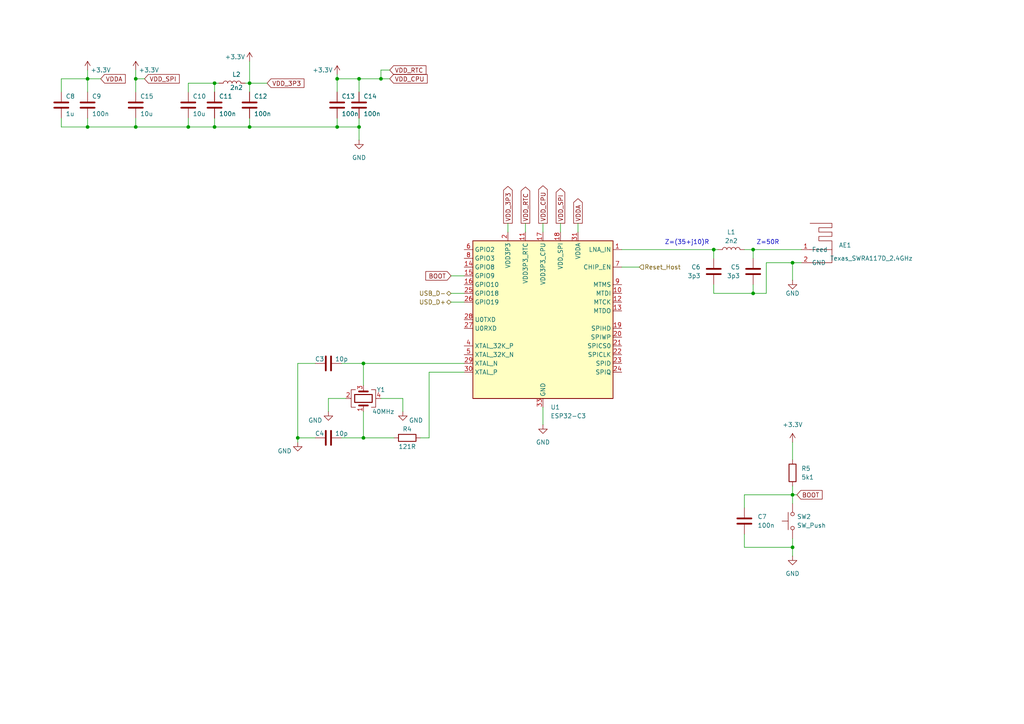
<source format=kicad_sch>
(kicad_sch (version 20231120) (generator "eeschema") (generator_version "8.0")
  (paper "A4")
  (lib_symbols
    (symbol "Device:C" (pin_numbers hide) (pin_names (offset 0.254))
      (property "Reference" "C" (at 0.635 2.54 0))
      (property "Value" "C" (at 0.635 -2.54 0))
      (symbol "C_0_1"
        (polyline (pts (xy -2.032 -0.762) (xy 2.032 -0.762)) (stroke (width 0.508)))
        (polyline (pts (xy -2.032 0.762) (xy 2.032 0.762)) (stroke (width 0.508)))
      )
      (symbol "C_1_1"
        (pin passive line (at 0 3.81 270) (length 2.794) (name "~") (number "1"))
        (pin passive line (at 0 -3.81 90) (length 2.794) (name "~") (number "2"))
      )
    )
    (symbol "Device:Crystal_GND24" (pin_names (offset 1.016) hide)
      (property "Reference" "Y" (at 3.175 5.08 0))
      (property "Value" "Crystal_GND24" (at 3.175 3.175 0))
      (symbol "Crystal_GND24_0_1"
        (rectangle (start -1.143 2.54) (end 1.143 -2.54) (stroke (width 0.3048)))
        (polyline (pts (xy -2.54 0) (xy -2.032 0)))
        (polyline (pts (xy -2.032 -1.27) (xy -2.032 1.27)) (stroke (width 0.508)))
        (polyline (pts (xy 0 -3.81) (xy 0 -3.556)))
        (polyline (pts (xy 0 3.556) (xy 0 3.81)))
        (polyline (pts (xy 2.032 -1.27) (xy 2.032 1.27)) (stroke (width 0.508)))
        (polyline (pts (xy 2.032 0) (xy 2.54 0)))
        (polyline (pts (xy -2.54 -2.286) (xy -2.54 -3.556) (xy 2.54 -3.556) (xy 2.54 -2.286)))
        (polyline (pts (xy -2.54 2.286) (xy -2.54 3.556) (xy 2.54 3.556) (xy 2.54 2.286)))
      )
      (symbol "Crystal_GND24_1_1"
        (pin passive line (at -3.81 0 0) (length 1.27) (name "1") (number "1"))
        (pin passive line (at 0 5.08 270) (length 1.27) (name "2") (number "2"))
        (pin passive line (at 3.81 0 180) (length 1.27) (name "3") (number "3"))
        (pin passive line (at 0 -5.08 90) (length 1.27) (name "4") (number "4"))
      )
    )
    (symbol "Device:L" (pin_numbers hide) (pin_names (offset 1.016) hide)
      (property "Reference" "L" (at -1.27 0 90))
      (property "Value" "L" (at 1.905 0 90))
      (symbol "L_0_1"
        (arc (start 0 -2.54) (mid 0.6323 -1.905) (end 0 -1.27))
        (arc (start 0 -1.27) (mid 0.6323 -0.635) (end 0 0))
        (arc (start 0 0) (mid 0.6323 0.635) (end 0 1.27))
        (arc (start 0 1.27) (mid 0.6323 1.905) (end 0 2.54))
      )
      (symbol "L_1_1"
        (pin passive line (at 0 3.81 270) (length 1.27) (name "1") (number "1"))
        (pin passive line (at 0 -3.81 90) (length 1.27) (name "2") (number "2"))
      )
    )
    (symbol "Device:R" (pin_numbers hide) (pin_names (offset 0))
      (property "Reference" "R" (at 2.032 0 90))
      (property "Value" "R" (at 0 0 90))
      (symbol "R_0_1"
        (rectangle (start -1.016 -2.54) (end 1.016 2.54) (stroke (width 0.254)))
      )
      (symbol "R_1_1"
        (pin passive line (at 0 3.81 270) (length 1.27) (name "~") (number "1"))
        (pin passive line (at 0 -3.81 90) (length 1.27) (name "~") (number "2"))
      )
    )
    (symbol "MCU_Espressif:ESP32-C3"
      (property "Reference" "U" (at -17.272 23.876 0))
      (property "Value" "ESP32-C3" (at 16.256 23.876 0))
      (symbol "ESP32-C3_1_1"
        (rectangle (start -20.32 22.86) (end 20.32 -22.86) (stroke (width 0.254)) (fill (type background)))
        (pin bidirectional line (at 22.86 20.32 180) (length 2.54) (name "LNA_IN") (number "1"))
        (pin bidirectional line (at 22.86 7.62 180) (length 2.54) (name "MTDI") (number "10"))
        (pin power_in line (at -5.08 25.4 270) (length 2.54) (name "VDD3P3_RTC") (number "11"))
        (pin bidirectional line (at 22.86 5.08 180) (length 2.54) (name "MTCK") (number "12"))
        (pin bidirectional line (at 22.86 2.54 180) (length 2.54) (name "MTDO") (number "13"))
        (pin bidirectional line (at -22.86 15.24 0) (length 2.54) (name "GPIO8") (number "14"))
        (pin bidirectional line (at -22.86 12.7 0) (length 2.54) (name "GPIO9") (number "15"))
        (pin bidirectional line (at -22.86 10.16 0) (length 2.54) (name "GPIO10") (number "16"))
        (pin power_in line (at 0 25.4 270) (length 2.54) (name "VDD3P3_CPU") (number "17"))
        (pin power_out line (at 5.08 25.4 270) (length 2.54) (name "VDD_SPI") (number "18"))
        (pin bidirectional line (at 22.86 -2.54 180) (length 2.54) (name "SPIHD") (number "19"))
        (pin power_in line (at -10.16 25.4 270) (length 2.54) (name "VDD3P3") (number "2"))
        (pin bidirectional line (at 22.86 -5.08 180) (length 2.54) (name "SPIWP") (number "20"))
        (pin bidirectional line (at 22.86 -7.62 180) (length 2.54) (name "SPICS0") (number "21"))
        (pin bidirectional line (at 22.86 -10.16 180) (length 2.54) (name "SPICLK") (number "22"))
        (pin bidirectional line (at 22.86 -12.7 180) (length 2.54) (name "SPID") (number "23"))
        (pin bidirectional line (at 22.86 -15.24 180) (length 2.54) (name "SPIQ") (number "24"))
        (pin bidirectional line (at -22.86 7.62 0) (length 2.54) (name "GPIO18") (number "25"))
        (pin bidirectional line (at -22.86 5.08 0) (length 2.54) (name "GPIO19") (number "26"))
        (pin bidirectional line (at -22.86 -2.54 0) (length 2.54) (name "U0RXD") (number "27"))
        (pin bidirectional line (at -22.86 0 0) (length 2.54) (name "U0TXD") (number "28"))
        (pin bidirectional line (at -22.86 -12.7 0) (length 2.54) (name "XTAL_N") (number "29"))
        (pin passive line (at -10.16 25.4 270) (length 2.54) hide (name "VDD3P3") (number "3"))
        (pin bidirectional line (at -22.86 -15.24 0) (length 2.54) (name "XTAL_P") (number "30"))
        (pin power_in line (at 10.16 25.4 270) (length 2.54) (name "VDDA") (number "31"))
        (pin passive line (at 10.16 25.4 270) (length 2.54) hide (name "VDDA") (number "32"))
        (pin power_in line (at 0 -25.4 90) (length 2.54) (name "GND") (number "33"))
        (pin bidirectional line (at -22.86 -7.62 0) (length 2.54) (name "XTAL_32K_P") (number "4"))
        (pin bidirectional line (at -22.86 -10.16 0) (length 2.54) (name "XTAL_32K_N") (number "5"))
        (pin bidirectional line (at -22.86 20.32 0) (length 2.54) (name "GPIO2") (number "6"))
        (pin bidirectional line (at 22.86 15.24 180) (length 2.54) (name "CHIP_EN") (number "7"))
        (pin bidirectional line (at -22.86 17.78 0) (length 2.54) (name "GPIO3") (number "8"))
        (pin bidirectional line (at 22.86 10.16 180) (length 2.54) (name "MTMS") (number "9"))
      )
    )
    (symbol "Prj_antenna:Texas_SWRA117D_2.4GHz"
      (property "Reference" "AE" (at 0 0 0))
      (property "Value" "Texas_SWRA117D_2.4GHz" (at 0 0 0))
      (symbol "Texas_SWRA117D_2.4GHz_0_1"
        (polyline (pts (xy 1.27 -5.08) (xy 7.62 -5.08) (xy 7.62 -8.89) (xy 1.27 -8.89) (xy 6.35 -8.89)))
        (polyline (pts (xy 7.62 -8.89) (xy 7.62 -11.43) (xy 3.81 -11.43) (xy 3.81 -12.7) (xy 7.62 -12.7) (xy 7.62 -13.97) (xy 3.81 -13.97) (xy 3.81 -15.24) (xy 7.62 -15.24) (xy 7.62 -16.51) (xy 1.27 -16.51)))
      )
      (symbol "Texas_SWRA117D_2.4GHz_1_1"
        (pin input line (at -1.27 -8.89 0) (length 2.54) (name "Feed") (number "1"))
        (pin input line (at -1.27 -5.08 0) (length 2.54) (name "GND") (number "2"))
      )
    )
    (symbol "Switch:SW_Push" (pin_numbers hide) (pin_names (offset 1.016) hide)
      (property "Reference" "SW" (at 1.27 2.54 0))
      (property "Value" "SW_Push" (at 0 -1.524 0))
      (symbol "SW_Push_0_1"
        (circle (center -2.032 0) (radius 0.508))
        (polyline (pts (xy 0 1.27) (xy 0 3.048)))
        (polyline (pts (xy 2.54 1.27) (xy -2.54 1.27)))
        (circle (center 2.032 0) (radius 0.508))
        (pin passive line (at -5.08 0 0) (length 2.54) (name "1") (number "1"))
        (pin passive line (at 5.08 0 180) (length 2.54) (name "2") (number "2"))
      )
    )
    (symbol "power:+3.3V" (power) (pin_names (offset 0))
      (property "Value" "+3.3V" (at 0 3.556 0))
      (symbol "+3.3V_0_1"
        (polyline (pts (xy -0.762 1.27) (xy 0 2.54)))
        (polyline (pts (xy 0 0) (xy 0 2.54)))
        (polyline (pts (xy 0 2.54) (xy 0.762 1.27)))
      )
      (symbol "+3.3V_1_1"
        (pin power_in line (at 0 0 90) (length 0) hide (name "+3.3V") (number "1"))
      )
    )
    (symbol "power:GND" (power) (pin_numbers hide) (pin_names (offset 0) hide)
      (property "Value" "GND" (at 0 -3.81 0))
      (symbol "GND_0_1"
        (polyline (pts (xy 0 0) (xy 0 -1.27) (xy 1.27 -1.27) (xy 0 -2.54) (xy -1.27 -1.27) (xy 0 -1.27)))
      )
      (symbol "GND_1_1"
        (pin power_in line (at 0 0 270) (length 0) (name "~") (number "1"))
      )
    )
  )
  (junction (at 105.41 105.41))
  (junction (at 39.37 22.86))
  (junction (at 72.39 36.83))
  (junction (at 62.23 36.83))
  (junction (at 207.01 72.39))
  (junction (at 97.79 36.83))
  (junction (at 25.4 22.86))
  (junction (at 104.14 22.86))
  (junction (at 229.87 158.75))
  (junction (at 39.37 36.83))
  (junction (at 97.79 22.86))
  (junction (at 86.36 127))
  (junction (at 72.39 24.13))
  (junction (at 54.61 36.83))
  (junction (at 218.44 72.39))
  (junction (at 104.14 36.83))
  (junction (at 105.41 127))
  (junction (at 25.4 36.83))
  (junction (at 110.49 22.86))
  (junction (at 62.23 24.13))
  (junction (at 218.44 85.09))
  (junction (at 229.87 76.2))
  (junction (at 229.87 143.51))
  (wire (pts (xy 72.39 24.13) (xy 72.39 26.67)))
  (wire (pts (xy 25.4 20.32) (xy 25.4 22.86)))
  (wire (pts (xy 25.4 36.83) (xy 39.37 36.83)))
  (wire (pts (xy 97.79 22.86) (xy 104.14 22.86)))
  (wire (pts (xy 17.78 22.86) (xy 25.4 22.86)))
  (wire (pts (xy 229.87 140.97) (xy 229.87 143.51)))
  (wire (pts (xy 86.36 127) (xy 86.36 128.27)))
  (wire (pts (xy 215.9 147.32) (xy 215.9 143.51)))
  (wire (pts (xy 104.14 34.29) (xy 104.14 36.83)))
  (wire (pts (xy 105.41 105.41) (xy 134.62 105.41)))
  (wire (pts (xy 162.56 64.77) (xy 162.56 67.31)))
  (wire (pts (xy 97.79 21.59) (xy 97.79 22.86)))
  (wire (pts (xy 180.34 77.47) (xy 185.42 77.47)))
  (wire (pts (xy 116.84 115.57) (xy 116.84 119.38)))
  (wire (pts (xy 229.87 76.2) (xy 229.87 81.28)))
  (wire (pts (xy 104.14 26.67) (xy 104.14 22.86)))
  (wire (pts (xy 62.23 36.83) (xy 72.39 36.83)))
  (wire (pts (xy 157.48 118.11) (xy 157.48 123.19)))
  (wire (pts (xy 105.41 127) (xy 114.3 127)))
  (wire (pts (xy 62.23 34.29) (xy 62.23 36.83)))
  (wire (pts (xy 71.12 24.13) (xy 72.39 24.13)))
  (wire (pts (xy 97.79 34.29) (xy 97.79 36.83)))
  (wire (pts (xy 25.4 34.29) (xy 25.4 36.83)))
  (wire (pts (xy 167.64 64.77) (xy 167.64 67.31)))
  (wire (pts (xy 147.32 64.77) (xy 147.32 67.31)))
  (wire (pts (xy 72.39 17.78) (xy 72.39 24.13)))
  (wire (pts (xy 54.61 34.29) (xy 54.61 36.83)))
  (wire (pts (xy 124.46 127) (xy 124.46 107.95)))
  (wire (pts (xy 104.14 36.83) (xy 104.14 40.64)))
  (wire (pts (xy 215.9 143.51) (xy 229.87 143.51)))
  (wire (pts (xy 72.39 34.29) (xy 72.39 36.83)))
  (wire (pts (xy 110.49 22.86) (xy 113.03 22.86)))
  (wire (pts (xy 39.37 34.29) (xy 39.37 36.83)))
  (wire (pts (xy 229.87 143.51) (xy 229.87 146.05)))
  (wire (pts (xy 17.78 36.83) (xy 25.4 36.83)))
  (wire (pts (xy 218.44 72.39) (xy 215.9 72.39)))
  (wire (pts (xy 222.25 76.2) (xy 222.25 85.09)))
  (wire (pts (xy 72.39 24.13) (xy 77.47 24.13)))
  (wire (pts (xy 152.4 64.77) (xy 152.4 67.31)))
  (wire (pts (xy 95.25 119.38) (xy 95.25 115.57)))
  (wire (pts (xy 124.46 107.95) (xy 134.62 107.95)))
  (wire (pts (xy 229.87 158.75) (xy 229.87 161.29)))
  (wire (pts (xy 130.81 85.09) (xy 134.62 85.09)))
  (wire (pts (xy 99.06 105.41) (xy 105.41 105.41)))
  (wire (pts (xy 62.23 24.13) (xy 62.23 26.67)))
  (wire (pts (xy 39.37 26.67) (xy 39.37 22.86)))
  (wire (pts (xy 62.23 24.13) (xy 63.5 24.13)))
  (wire (pts (xy 130.81 87.63) (xy 134.62 87.63)))
  (wire (pts (xy 218.44 82.55) (xy 218.44 85.09)))
  (wire (pts (xy 110.49 20.32) (xy 110.49 22.86)))
  (wire (pts (xy 99.06 127) (xy 105.41 127)))
  (wire (pts (xy 207.01 72.39) (xy 180.34 72.39)))
  (wire (pts (xy 232.41 72.39) (xy 218.44 72.39)))
  (wire (pts (xy 222.25 85.09) (xy 218.44 85.09)))
  (wire (pts (xy 104.14 22.86) (xy 110.49 22.86)))
  (wire (pts (xy 229.87 156.21) (xy 229.87 158.75)))
  (wire (pts (xy 54.61 24.13) (xy 62.23 24.13)))
  (wire (pts (xy 121.92 127) (xy 124.46 127)))
  (wire (pts (xy 215.9 158.75) (xy 229.87 158.75)))
  (wire (pts (xy 207.01 72.39) (xy 207.01 74.93)))
  (wire (pts (xy 130.81 80.01) (xy 134.62 80.01)))
  (wire (pts (xy 229.87 128.27) (xy 229.87 133.35)))
  (wire (pts (xy 72.39 36.83) (xy 97.79 36.83)))
  (wire (pts (xy 207.01 85.09) (xy 218.44 85.09)))
  (wire (pts (xy 218.44 72.39) (xy 218.44 74.93)))
  (wire (pts (xy 25.4 22.86) (xy 25.4 26.67)))
  (wire (pts (xy 86.36 127) (xy 91.44 127)))
  (wire (pts (xy 208.28 72.39) (xy 207.01 72.39)))
  (wire (pts (xy 39.37 22.86) (xy 39.37 20.32)))
  (wire (pts (xy 105.41 105.41) (xy 105.41 111.76)))
  (wire (pts (xy 39.37 36.83) (xy 54.61 36.83)))
  (wire (pts (xy 207.01 82.55) (xy 207.01 85.09)))
  (wire (pts (xy 97.79 36.83) (xy 104.14 36.83)))
  (wire (pts (xy 105.41 119.38) (xy 105.41 127)))
  (wire (pts (xy 54.61 26.67) (xy 54.61 24.13)))
  (wire (pts (xy 91.44 105.41) (xy 86.36 105.41)))
  (wire (pts (xy 110.49 115.57) (xy 116.84 115.57)))
  (wire (pts (xy 25.4 22.86) (xy 29.21 22.86)))
  (wire (pts (xy 97.79 26.67) (xy 97.79 22.86)))
  (wire (pts (xy 39.37 22.86) (xy 41.91 22.86)))
  (wire (pts (xy 229.87 143.51) (xy 231.14 143.51)))
  (wire (pts (xy 113.03 20.32) (xy 110.49 20.32)))
  (wire (pts (xy 229.87 76.2) (xy 222.25 76.2)))
  (wire (pts (xy 157.48 64.77) (xy 157.48 67.31)))
  (wire (pts (xy 17.78 26.67) (xy 17.78 22.86)))
  (wire (pts (xy 215.9 154.94) (xy 215.9 158.75)))
  (wire (pts (xy 86.36 105.41) (xy 86.36 127)))
  (wire (pts (xy 54.61 36.83) (xy 62.23 36.83)))
  (wire (pts (xy 17.78 34.29) (xy 17.78 36.83)))
  (wire (pts (xy 95.25 115.57) (xy 100.33 115.57)))
  (wire (pts (xy 232.41 76.2) (xy 229.87 76.2)))
  (text "Z=(35+j10)R" (at 205.74 71.12 0) (effects (font (size 1.27 1.27)) (justify right bottom)))
  (text "Z=50R" (at 226.06 71.12 0) (effects (font (size 1.27 1.27)) (justify right bottom)))
  (global_label "VDD_3P3" (shape output) (at 147.32 64.77 90) (property "Intersheetrefs" "${INTERSHEET_REFS}" (effects (hide yes))))
  (global_label "VDD_CPU" (shape input) (at 113.03 22.86 0) (property "Intersheetrefs" "${INTERSHEET_REFS}" (effects (hide yes))))
  (global_label "VDDA" (shape input) (at 29.21 22.86 0) (property "Intersheetrefs" "${INTERSHEET_REFS}" (effects (hide yes))))
  (global_label "VDD_RTC" (shape output) (at 152.4 64.77 90) (property "Intersheetrefs" "${INTERSHEET_REFS}" (effects (hide yes))))
  (global_label "BOOT" (shape input) (at 130.81 80.01 180) (property "Intersheetrefs" "${INTERSHEET_REFS}" (effects (hide yes))))
  (global_label "VDD_SPI" (shape input) (at 41.91 22.86 0) (property "Intersheetrefs" "${INTERSHEET_REFS}" (effects (hide yes))))
  (global_label "VDD_CPU" (shape output) (at 157.48 64.77 90) (property "Intersheetrefs" "${INTERSHEET_REFS}" (effects (hide yes))))
  (global_label "VDD_RTC" (shape input) (at 113.03 20.32 0) (property "Intersheetrefs" "${INTERSHEET_REFS}" (effects (hide yes))))
  (global_label "VDD_3P3" (shape input) (at 77.47 24.13 0) (property "Intersheetrefs" "${INTERSHEET_REFS}" (effects (hide yes))))
  (global_label "BOOT" (shape input) (at 231.14 143.51 0) (property "Intersheetrefs" "${INTERSHEET_REFS}" (effects (hide yes))))
  (global_label "VDD_SPI" (shape output) (at 162.56 64.77 90) (property "Intersheetrefs" "${INTERSHEET_REFS}" (effects (hide yes))))
  (global_label "VDDA" (shape output) (at 167.64 64.77 90) (property "Intersheetrefs" "${INTERSHEET_REFS}" (effects (hide yes))))
  (hierarchical_label "USB_D-" (shape bidirectional) (at 130.81 85.09 180))
  (hierarchical_label "Reset_Host" (shape input) (at 185.42 77.47 0))
  (hierarchical_label "USD_D+" (shape bidirectional) (at 130.81 87.63 180))
  (symbol (lib_id "Device:C") (at 104.14 30.48 0) (unit 1)
    (property "Reference" "C14" (at 105.41 27.94 0) (effects (justify left)))
    (property "Value" "100n" (at 105.41 33.02 0) (effects (justify left)))
    (property "Footprint" "Capacitor_SMD:C_0402_1005Metric_Pad0.74x0.62mm_HandSolder" (effects (hide yes)))
  )
  (symbol (lib_id "Device:C") (at 17.78 30.48 0) (unit 1)
    (property "Reference" "C8" (at 19.05 27.94 0) (effects (justify left)))
    (property "Value" "1u" (at 19.05 33.02 0) (effects (justify left)))
    (property "Footprint" "Capacitor_SMD:C_0402_1005Metric_Pad0.74x0.62mm_HandSolder" (effects (hide yes)))
  )
  (symbol (lib_id "Device:C") (at 39.37 30.48 0) (unit 1)
    (property "Reference" "C15" (at 40.64 27.94 0) (effects (justify left)))
    (property "Value" "10u" (at 40.64 33.02 0) (effects (justify left)))
    (property "Footprint" "Capacitor_SMD:C_0402_1005Metric_Pad0.74x0.62mm_HandSolder" (effects (hide yes)))
  )
  (symbol (lib_id "Prj_antenna:Texas_SWRA117D_2.4GHz") (at 233.68 81.28 0) (mirror x) (unit 1) (in_bom no)
    (property "Reference" "AE1" (at 245.11 71.12 0))
    (property "Value" "Texas_SWRA117D_2.4GHz" (at 252.73 74.93 0))
    (property "Footprint" "RF_Antenna:Texas_SWRA117D_2.4GHz_Left" (effects (hide yes)))
  )
  (symbol (lib_id "Device:C") (at 97.79 30.48 0) (unit 1)
    (property "Reference" "C13" (at 99.06 27.94 0) (effects (justify left)))
    (property "Value" "100n" (at 99.06 33.02 0) (effects (justify left)))
    (property "Footprint" "Capacitor_SMD:C_0402_1005Metric_Pad0.74x0.62mm_HandSolder" (effects (hide yes)))
  )
  (symbol (lib_id "power:+3.3V") (at 97.79 21.59 0) (unit 1)
    (property "Reference" "#PWR017" (effects (hide yes)))
    (property "Value" "+3.3V" (at 96.52 20.32 0) (effects (justify right)))
  )
  (symbol (lib_id "Device:R") (at 118.11 127 90) (unit 1)
    (property "Reference" "R4" (at 118.11 124.46 90))
    (property "Value" "121R" (at 118.11 129.54 90))
    (property "Footprint" "Resistor_SMD:R_0402_1005Metric_Pad0.72x0.64mm_HandSolder" (effects (hide yes)))
  )
  (symbol (lib_id "Device:R") (at 229.87 137.16 0) (unit 1)
    (property "Reference" "R5" (at 232.41 135.8899 0) (effects (justify left)))
    (property "Value" "5k1" (at 232.41 138.4299 0) (effects (justify left)))
    (property "Footprint" "Resistor_SMD:R_0402_1005Metric_Pad0.72x0.64mm_HandSolder" (effects (hide yes)))
  )
  (symbol (lib_id "Device:C") (at 207.01 78.74 0) (mirror y) (unit 1)
    (property "Reference" "C6" (at 203.2 77.4699 0) (effects (justify left)))
    (property "Value" "3p3" (at 203.2 80.0099 0) (effects (justify left)))
    (property "Footprint" "Capacitor_SMD:C_0402_1005Metric_Pad0.74x0.62mm_HandSolder" (effects (hide yes)))
  )
  (symbol (lib_id "power:GND") (at 229.87 81.28 0) (mirror y) (unit 1)
    (property "Reference" "#PWR012" (effects (hide yes)))
    (property "Value" "GND" (at 229.87 85.09 0))
  )
  (symbol (lib_id "Device:C") (at 72.39 30.48 0) (unit 1)
    (property "Reference" "C12" (at 73.66 27.94 0) (effects (justify left)))
    (property "Value" "100n" (at 73.66 33.02 0) (effects (justify left)))
    (property "Footprint" "Capacitor_SMD:C_0402_1005Metric_Pad0.74x0.62mm_HandSolder" (effects (hide yes)))
  )
  (symbol (lib_id "Device:C") (at 62.23 30.48 0) (unit 1)
    (property "Reference" "C11" (at 63.5 27.94 0) (effects (justify left)))
    (property "Value" "100n" (at 63.5 33.02 0) (effects (justify left)))
    (property "Footprint" "Capacitor_SMD:C_0402_1005Metric_Pad0.74x0.62mm_HandSolder" (effects (hide yes)))
  )
  (symbol (lib_id "Device:C") (at 25.4 30.48 0) (unit 1)
    (property "Reference" "C9" (at 26.67 27.94 0) (effects (justify left)))
    (property "Value" "100n" (at 26.67 33.02 0) (effects (justify left)))
    (property "Footprint" "Capacitor_SMD:C_0402_1005Metric_Pad0.74x0.62mm_HandSolder" (effects (hide yes)))
  )
  (symbol (lib_id "power:GND") (at 86.36 128.27 0) (unit 1)
    (property "Reference" "#PWR09" (effects (hide yes)))
    (property "Value" "GND" (at 82.55 130.81 0))
  )
  (symbol (lib_id "power:GND") (at 116.84 119.38 0) (unit 1)
    (property "Reference" "#PWR011" (effects (hide yes)))
    (property "Value" "GND" (at 120.65 121.92 0))
  )
  (symbol (lib_id "Device:Crystal_GND24") (at 105.41 115.57 90) (unit 1)
    (property "Reference" "Y1" (at 109.22 113.03 90) (effects (justify right)))
    (property "Value" "40MHz" (at 107.95 119.38 90) (effects (justify right)))
    (property "Footprint" "Crystal:Crystal_SMD_3225-4Pin_3.2x2.5mm" (effects (hide yes)))
    (property "Description" "S3240000101040" (effects (hide yes)))
  )
  (symbol (lib_id "Device:C") (at 95.25 127 90) (unit 1)
    (property "Reference" "C4" (at 92.71 125.73 90))
    (property "Value" "10p" (at 99.06 125.73 90))
    (property "Footprint" "Capacitor_SMD:C_0402_1005Metric_Pad0.74x0.62mm_HandSolder" (effects (hide yes)))
  )
  (symbol (lib_id "Device:C") (at 95.25 105.41 90) (unit 1)
    (property "Reference" "C3" (at 92.71 104.14 90))
    (property "Value" "10p" (at 99.06 104.14 90))
    (property "Footprint" "Capacitor_SMD:C_0402_1005Metric_Pad0.74x0.62mm_HandSolder" (effects (hide yes)))
  )
  (symbol (lib_id "Device:C") (at 215.9 151.13 0) (unit 1)
    (property "Reference" "C7" (at 219.71 149.8599 0) (effects (justify left)))
    (property "Value" "100n" (at 219.71 152.4 0) (effects (justify left)))
    (property "Footprint" "Capacitor_SMD:C_0402_1005Metric_Pad0.74x0.62mm_HandSolder" (effects (hide yes)))
  )
  (symbol (lib_id "power:+3.3V") (at 229.87 128.27 0) (unit 1)
    (property "Reference" "#PWR013" (effects (hide yes)))
    (property "Value" "+3.3V" (at 229.87 123.19 0))
  )
  (symbol (lib_id "power:GND") (at 104.14 40.64 0) (unit 1)
    (property "Reference" "#PWR018" (effects (hide yes)))
    (property "Value" "GND" (at 104.14 45.72 0))
  )
  (symbol (lib_id "Device:L") (at 212.09 72.39 270) (mirror x) (unit 1)
    (property "Reference" "L1" (at 212.09 67.31 90))
    (property "Value" "2n2" (at 212.09 69.85 90))
    (property "Footprint" "Inductor_SMD:L_0402_1005Metric_Pad0.77x0.64mm_HandSolder" (effects (hide yes)))
  )
  (symbol (lib_id "Switch:SW_Push") (at 229.87 151.13 90) (unit 1)
    (property "Reference" "SW2" (at 231.14 149.86 90) (effects (justify right)))
    (property "Value" "SW_Push" (at 231.14 152.3999 90) (effects (justify right)))
    (property "Footprint" "Button_Switch_SMD:SW_SPST_TL3342" (effects (hide yes)))
  )
  (symbol (lib_id "power:GND") (at 157.48 123.19 0) (unit 1)
    (property "Reference" "#PWR02" (effects (hide yes)))
    (property "Value" "GND" (at 157.48 128.27 0))
    (property "Description" "Power symbol creates a global label with name \"GND\" , ground" (effects (hide yes)))
  )
  (symbol (lib_id "Device:C") (at 218.44 78.74 0) (mirror y) (unit 1)
    (property "Reference" "C5" (at 214.63 77.4699 0) (effects (justify left)))
    (property "Value" "3p3" (at 214.63 80.0099 0) (effects (justify left)))
    (property "Footprint" "Capacitor_SMD:C_0402_1005Metric_Pad0.74x0.62mm_HandSolder" (effects (hide yes)))
  )
  (symbol (lib_id "Device:C") (at 54.61 30.48 0) (unit 1)
    (property "Reference" "C10" (at 55.88 27.94 0) (effects (justify left)))
    (property "Value" "10u" (at 55.88 33.02 0) (effects (justify left)))
    (property "Footprint" "Capacitor_SMD:C_0402_1005Metric_Pad0.74x0.62mm_HandSolder" (effects (hide yes)))
  )
  (symbol (lib_id "power:GND") (at 229.87 161.29 0) (unit 1)
    (property "Reference" "#PWR014" (effects (hide yes)))
    (property "Value" "GND" (at 229.87 166.37 0))
  )
  (symbol (lib_id "power:+3.3V") (at 72.39 17.78 0) (unit 1)
    (property "Reference" "#PWR016" (effects (hide yes)))
    (property "Value" "+3.3V" (at 71.12 16.51 0) (effects (justify right)))
  )
  (symbol (lib_id "power:+3.3V") (at 25.4 20.32 0) (unit 1)
    (property "Reference" "#PWR015" (effects (hide yes)))
    (property "Value" "+3.3V" (at 29.21 20.32 0))
  )
  (symbol (lib_id "power:+3.3V") (at 39.37 20.32 0) (unit 1)
    (property "Reference" "#PWR01" (effects (hide yes)))
    (property "Value" "+3.3V" (at 43.18 20.32 0))
  )
  (symbol (lib_id "Device:L") (at 67.31 24.13 90) (unit 1)
    (property "Reference" "L2" (at 68.58 21.59 90))
    (property "Value" "2n2" (at 68.58 25.4 90))
    (property "Footprint" "Inductor_SMD:L_0402_1005Metric_Pad0.77x0.64mm_HandSolder" (effects (hide yes)))
  )
  (symbol (lib_id "MCU_Espressif:ESP32-C3") (at 157.48 92.71 0) (unit 1)
    (property "Reference" "U1" (at 159.6741 118.11 0) (effects (justify left)))
    (property "Value" "ESP32-C3" (at 159.6741 120.65 0) (effects (justify left)))
    (property "Footprint" "Package_DFN_QFN:QFN-32-1EP_5x5mm_P0.5mm_EP3.7x3.7mm" (effects (hide yes)))
    (property "Datasheet" "https://www.espressif.com/sites/default/files/documentation/esp32-c3_datasheet_en.pdf" (effects (hide yes)))
    (property "Description" "RF Module, ESP32 SoC, RISC-V, WiFi 802.11b/n/g, Bluetooth LE 5, QFN32" (effects (hide yes)))
  )
  (symbol (lib_id "power:GND") (at 95.25 119.38 0) (unit 1)
    (property "Reference" "#PWR010" (effects (hide yes)))
    (property "Value" "GND" (at 91.44 121.92 0))
  )
)
</source>
